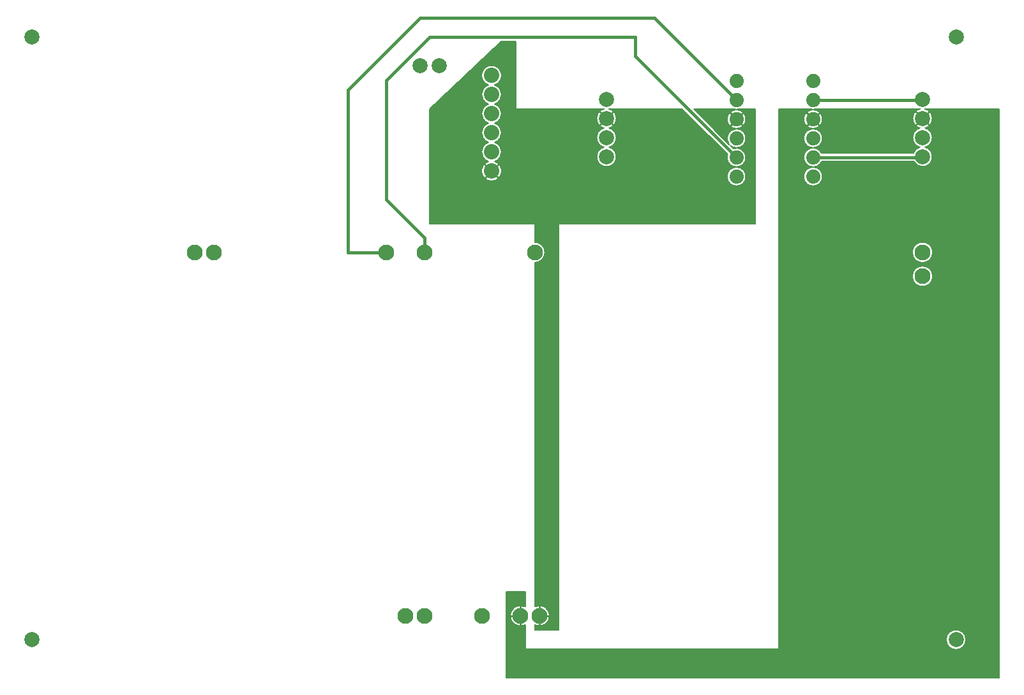
<source format=gbr>
G04 DesignSpark PCB Gerber Version 10.0 Build 5299*
G04 #@! TF.Part,Single*
G04 #@! TF.FileFunction,Copper,L2,Bot*
G04 #@! TF.FilePolarity,Positive*
%FSLAX35Y35*%
%MOIN*%
%ADD10C,0.00500*%
%ADD11C,0.01000*%
%ADD12C,0.01772*%
G04 #@! TA.AperFunction,ComponentPad*
%ADD15C,0.07400*%
G04 #@! TA.AperFunction,WasherPad*
%ADD13C,0.07874*%
G04 #@! TA.AperFunction,ComponentPad*
%ADD16C,0.08000*%
G04 #@! TA.AperFunction,WasherPad*
%ADD14C,0.08268*%
G04 #@! TD.AperFunction*
X0Y0D02*
D02*
D10*
X232750Y300250D02*
Y240250D01*
X287750D01*
Y230634D01*
G75*
G02*
X293134Y225250I0J-5384D01*
G01*
G75*
G02*
X287750Y219866I-5384J0D01*
G01*
Y40018D01*
G75*
G02*
X295634Y35250I2500J-4768D01*
G01*
G75*
G02*
X287750Y30482I-5384J0D01*
G01*
Y27750D01*
X300250D01*
Y240250D01*
X402750D01*
Y300250D01*
X394885D01*
G75*
G02*
X391363I-1761J4626D01*
G01*
X370770D01*
X389364Y281656D01*
G75*
G02*
X393124Y289826I3760J3220D01*
G01*
G75*
G02*
Y279926I0J-4950D01*
G01*
G75*
G02*
X389904Y281116I0J4950D01*
G01*
X391477Y279544D01*
G75*
G02*
X398074Y274876I1647J-4668D01*
G01*
G75*
G02*
X388174I-4950J0D01*
G01*
G75*
G02*
X388456Y276523I4950J0D01*
G01*
X364730Y300250D01*
X326630D01*
G75*
G02*
Y290250I-1380J-5000D01*
G01*
G75*
G02*
Y280250I-1380J-5000D01*
G01*
G75*
G02*
X325250Y270063I-1380J-5000D01*
G01*
G75*
G02*
X323870Y280250I0J5187D01*
G01*
G75*
G02*
Y290250I1380J5000D01*
G01*
G75*
G02*
Y300250I1380J5000D01*
G01*
X277750D01*
Y335614D01*
X270194D01*
X232750Y300250D01*
X388174Y294876D02*
G75*
G02*
X398074I4950J0D01*
G01*
G75*
G02*
X388174I-4950J0D01*
G01*
Y264876D02*
G75*
G02*
X398074I4950J0D01*
G01*
G75*
G02*
X388174I-4950J0D01*
G01*
X265250Y323000D02*
G75*
G02*
X266851Y312750I0J-5250D01*
G01*
G75*
G02*
Y302750I-1601J-5000D01*
G01*
G75*
G02*
Y292750I-1601J-5000D01*
G01*
G75*
G02*
Y282750I-1601J-5000D01*
G01*
G75*
G02*
Y272750I-1601J-5000D01*
G01*
G75*
G02*
X265250Y262500I-1601J-5000D01*
G01*
G75*
G02*
X263649Y272750I0J5250D01*
G01*
G75*
G02*
Y282750I1601J5000D01*
G01*
G75*
G02*
Y292750I1601J5000D01*
G01*
G75*
G02*
Y302750I1601J5000D01*
G01*
G75*
G02*
Y312750I1601J5000D01*
G01*
G75*
G02*
X265250Y323000I1601J5000D01*
G01*
X233000Y264876D02*
G36*
X233000Y264876D02*
Y240250D01*
X287750D01*
Y230634D01*
G75*
G02*
X293134Y225250I0J-5383D01*
G01*
Y225250D01*
Y225250D01*
G75*
G02*
X287750Y219866I-5384J0D01*
G01*
Y40018D01*
G75*
G02*
X295634Y35250I2500J-4768D01*
G01*
G75*
G02*
X287750Y30482I-5384J0D01*
G01*
Y28000D01*
X300250D01*
Y240250D01*
X402500D01*
Y264876D01*
X398074D01*
G75*
G02*
X388174I-4950J0D01*
G01*
X269643D01*
G75*
G02*
X265250Y262500I-4393J2874D01*
G01*
G75*
G02*
X260857Y264876I0J5250D01*
G01*
X233000D01*
G37*
Y294876D02*
G36*
X233000Y294876D02*
Y264876D01*
X260857D01*
G75*
G02*
X260000Y267750I4393J2874D01*
G01*
G75*
G02*
X263649Y272750I5250J0D01*
G01*
G75*
G02*
X260000Y277750I1601J5000D01*
G01*
G75*
G02*
X263649Y282750I5250J0D01*
G01*
G75*
G02*
X260000Y287750I1601J5000D01*
G01*
G75*
G02*
X263649Y292750I5250J0D01*
G01*
G75*
G02*
X260857Y294876I1601J5000D01*
G01*
X233000D01*
G37*
X269643D02*
G36*
X269643Y294876D02*
G75*
G02*
X266851Y292750I-4393J2874D01*
G01*
G75*
G02*
X270500Y287750I-1601J-5000D01*
G01*
G75*
G02*
X266851Y282750I-5250J0D01*
G01*
G75*
G02*
X270500Y277750I-1601J-5000D01*
G01*
G75*
G02*
X266851Y272750I-5250J0D01*
G01*
G75*
G02*
X270500Y267750I-1601J-5000D01*
G01*
G75*
G02*
X269643Y264876I-5250J0D01*
G01*
X388174D01*
G75*
G02*
X398074I4950J0D01*
G01*
X402500D01*
Y294876D01*
X398074D01*
G75*
G02*
X388174I-4950J0D01*
G01*
X376144D01*
X389364Y281656D01*
G75*
G02*
X388174Y284876I3760J3220D01*
G01*
G75*
G02*
X393124Y289826I4950J0D01*
G01*
G75*
G02*
X398074Y284876I0J-4950D01*
G01*
G75*
G02*
X393124Y279926I-4950J0D01*
G01*
G75*
G02*
X389904Y281116I0J4951D01*
G01*
X391477Y279544D01*
G75*
G02*
X398074Y274876I1647J-4668D01*
G01*
G75*
G02*
X388174I-4950J0D01*
G01*
G75*
G02*
X388456Y276523I4962J-2D01*
G01*
X370104Y294876D01*
X330424D01*
G75*
G02*
X326630Y290250I-5174J374D01*
G01*
G75*
G02*
X330437Y285250I-1380J-5000D01*
G01*
G75*
G02*
X326630Y280250I-5187J0D01*
G01*
G75*
G02*
X330437Y275250I-1380J-5000D01*
G01*
G75*
G02*
X325250Y270063I-5187J0D01*
G01*
G75*
G02*
X320063Y275250I0J5187D01*
G01*
G75*
G02*
X323870Y280250I5187J0D01*
G01*
G75*
G02*
X320063Y285250I1380J5000D01*
G01*
G75*
G02*
X323870Y290250I5187J0D01*
G01*
G75*
G02*
X320076Y294876I1380J5000D01*
G01*
X269643D01*
G37*
X233000Y300486D02*
G36*
X233000Y300486D02*
Y294876D01*
X260857D01*
G75*
G02*
X260000Y297750I4394J2874D01*
G01*
G75*
G02*
X263649Y302750I5250J0D01*
G01*
G75*
G02*
X260000Y307750I1601J5000D01*
G01*
G75*
G02*
X263649Y312750I5250J0D01*
G01*
G75*
G02*
X260000Y317750I1601J5000D01*
G01*
G75*
G02*
X265250Y323000I5250J0D01*
G01*
G75*
G02*
X270500Y317750I0J-5250D01*
G01*
G75*
G02*
X266851Y312750I-5250J0D01*
G01*
G75*
G02*
X270500Y307750I-1601J-5000D01*
G01*
G75*
G02*
X266851Y302750I-5250J0D01*
G01*
G75*
G02*
X270500Y297750I-1601J-5000D01*
G01*
G75*
G02*
X269643Y294876I-5250J0D01*
G01*
X320076D01*
G75*
G02*
X320063Y295250I5175J372D01*
G01*
G75*
G02*
X323870Y300250I5187J0D01*
G01*
X277750D01*
Y335364D01*
X269930D01*
X233000Y300486D01*
G37*
X330437Y295250D02*
G36*
X330437Y295250D02*
G75*
G02*
X330424Y294876I-5188J-2D01*
G01*
X370104D01*
X364730Y300250D01*
X326630D01*
G75*
G02*
X330437Y295250I-1380J-5000D01*
G01*
G37*
X370770Y300250D02*
G36*
X370770Y300250D02*
X376144Y294876D01*
X388174D01*
G75*
G02*
X398074I4950J0D01*
G01*
X402500D01*
Y300250D01*
X394885D01*
G75*
G02*
X391363I-1761J4626D01*
G01*
X370770D01*
G37*
X272750Y47750D02*
Y2750D01*
X530250D01*
Y300250D01*
X491630D01*
G75*
G02*
Y290250I-1380J-5000D01*
G01*
G75*
G02*
Y280250I-1380J-5000D01*
G01*
G75*
G02*
X490250Y270063I-1380J-5000D01*
G01*
G75*
G02*
X485711Y272740I0J5187D01*
G01*
X437589D01*
G75*
G02*
X428174Y274876I-4465J2136D01*
G01*
G75*
G02*
X437589Y277012I4950J0D01*
G01*
X485371D01*
G75*
G02*
X488870Y280250I4879J-1762D01*
G01*
G75*
G02*
Y290250I1380J5000D01*
G01*
G75*
G02*
Y300250I1380J5000D01*
G01*
X434885D01*
G75*
G02*
X431363I-1761J4626D01*
G01*
X415250D01*
Y17750D01*
X282750D01*
Y30482D01*
G75*
G02*
X274866Y35250I-2500J4768D01*
G01*
G75*
G02*
X282750Y40018I5384J0D01*
G01*
Y47750D01*
X272750D01*
X502563Y22750D02*
G75*
G02*
X512937I5187J0D01*
G01*
G75*
G02*
X502563I-5187J0D01*
G01*
X484866Y212750D02*
G75*
G02*
X495634I5384J0D01*
G01*
G75*
G02*
X484866I-5384J0D01*
G01*
Y225250D02*
G75*
G02*
X495634I5384J0D01*
G01*
G75*
G02*
X484866I-5384J0D01*
G01*
X428174Y264876D02*
G75*
G02*
X438074I4950J0D01*
G01*
G75*
G02*
X428174I-4950J0D01*
G01*
Y284876D02*
G75*
G02*
X438074I4950J0D01*
G01*
G75*
G02*
X428174I-4950J0D01*
G01*
Y294876D02*
G75*
G02*
X438074I4950J0D01*
G01*
G75*
G02*
X428174I-4950J0D01*
G01*
X273000Y22750D02*
G36*
X273000Y22750D02*
Y3000D01*
X530000D01*
Y22750D01*
X512937D01*
G75*
G02*
X502563I-5187J0D01*
G01*
X415250D01*
Y17750D01*
X282750D01*
Y22750D01*
X273000D01*
G37*
Y47750D02*
G36*
X273000Y47750D02*
Y22750D01*
X282750D01*
Y30482D01*
G75*
G02*
X274866Y35250I-2500J4768D01*
G01*
G75*
G02*
X282750Y40018I5384J0D01*
G01*
Y47750D01*
X273000D01*
G37*
X415250Y212750D02*
G36*
X415250Y212750D02*
Y22750D01*
X502563D01*
G75*
G02*
X512937I5187J0D01*
G01*
X530000D01*
Y212750D01*
X495634D01*
G75*
G02*
X484866I-5384J0D01*
G01*
X415250D01*
G37*
Y225250D02*
G36*
X415250Y225250D02*
Y212750D01*
X484866D01*
G75*
G02*
X495634I5384J0D01*
G01*
X530000D01*
Y225250D01*
X495634D01*
G75*
G02*
X484866I-5384J0D01*
G01*
X415250D01*
G37*
Y264876D02*
G36*
X415250Y264876D02*
Y225250D01*
X484866D01*
G75*
G02*
X495634I5384J0D01*
G01*
X530000D01*
Y264876D01*
X438074D01*
G75*
G02*
X428174I-4950J0D01*
G01*
X415250D01*
G37*
Y284876D02*
G36*
X415250Y284876D02*
Y264876D01*
X428174D01*
G75*
G02*
X438074I4950J0D01*
G01*
X530000D01*
Y284876D01*
X495424D01*
G75*
G02*
X491630Y280250I-5174J374D01*
G01*
G75*
G02*
X495437Y275250I-1380J-5000D01*
G01*
G75*
G02*
X490250Y270063I-5187J0D01*
G01*
G75*
G02*
X485711Y272740I0J5188D01*
G01*
X437589D01*
G75*
G02*
X428174Y274876I-4465J2136D01*
G01*
G75*
G02*
X437589Y277012I4950J0D01*
G01*
X485371D01*
G75*
G02*
X488870Y280250I4878J-1761D01*
G01*
G75*
G02*
X485076Y284876I1380J5000D01*
G01*
X438074D01*
G75*
G02*
X428174I-4950J0D01*
G01*
X415250D01*
G37*
Y294876D02*
G36*
X415250Y294876D02*
Y284876D01*
X428174D01*
G75*
G02*
X438074I4950J0D01*
G01*
X485076D01*
G75*
G02*
X485063Y285250I5175J372D01*
G01*
G75*
G02*
X488870Y290250I5187J0D01*
G01*
G75*
G02*
X485076Y294876I1380J5000D01*
G01*
X438074D01*
G75*
G02*
X428174I-4950J0D01*
G01*
X415250D01*
G37*
X495424D02*
G36*
X495424Y294876D02*
G75*
G02*
X491630Y290250I-5174J374D01*
G01*
G75*
G02*
X495437Y285250I-1380J-5000D01*
G01*
G75*
G02*
X495424Y284876I-5188J-2D01*
G01*
X530000D01*
Y294876D01*
X495424D01*
G37*
X415250Y300000D02*
G36*
X415250Y300000D02*
Y294876D01*
X428174D01*
G75*
G02*
X438074I4950J0D01*
G01*
X485076D01*
G75*
G02*
X485063Y295250I5175J372D01*
G01*
G75*
G02*
X488166Y300000I5187J0D01*
G01*
X433977D01*
G75*
G02*
X432271I-853J4876D01*
G01*
X415250D01*
G37*
X495437Y295250D02*
G36*
X495437Y295250D02*
G75*
G02*
X495424Y294876I-5188J-2D01*
G01*
X530000D01*
Y300000D01*
X492334D01*
G75*
G02*
X495437Y295250I-2084J-4750D01*
G01*
G37*
D02*
D11*
X262775Y265275D02*
X261361Y263861D01*
X262775Y270225D02*
X261361Y271639D01*
X267725Y265275D02*
X269139Y263861D01*
X267725Y270225D02*
X269139Y271639D01*
X276616Y35250D02*
X274616D01*
X280250Y31616D02*
Y29616D01*
Y38884D02*
Y40884D01*
X290250Y31616D02*
Y29616D01*
Y38884D02*
Y40884D01*
X293884Y35250D02*
X295884D01*
X322820Y292820D02*
X321406Y291406D01*
X322820Y297680D02*
X321406Y299094D01*
X327680Y292820D02*
X329094Y291406D01*
X327680Y297680D02*
X329094Y299094D01*
X390861Y292613D02*
X389447Y291199D01*
X390861Y297139D02*
X389447Y298553D01*
X395387Y292613D02*
X396801Y291199D01*
X395387Y297139D02*
X396801Y298553D01*
X430861Y292613D02*
X429447Y291199D01*
X430861Y297139D02*
X429447Y298553D01*
X435387Y292613D02*
X436801Y291199D01*
X435387Y297139D02*
X436801Y298553D01*
X487820Y292820D02*
X486406Y291406D01*
X487820Y297680D02*
X486406Y299094D01*
X492680Y292820D02*
X494094Y291406D01*
X492680Y297680D02*
X494094Y299094D01*
D02*
D12*
X210250Y225250D02*
X190250D01*
Y310250D01*
X227750Y347750D01*
X350250D01*
X393124Y304876D01*
X230250Y225250D02*
Y232750D01*
X210250Y252750D01*
Y315250D01*
X232750Y337750D01*
X340250D01*
Y327750D01*
X393124Y274876D01*
X433124D02*
X489876D01*
X490250Y275250D01*
X433124Y304876D02*
X489876D01*
X490250Y305250D01*
D02*
D13*
X25250Y22750D03*
Y337750D03*
X227750Y322750D03*
X237750D03*
X325250Y275250D03*
Y285250D03*
Y295250D03*
Y305250D03*
X490250Y275250D03*
Y285250D03*
Y295250D03*
Y305250D03*
X507750Y22750D03*
Y337750D03*
D02*
D14*
X110250Y225250D03*
X120250D03*
X210250D03*
X220250Y35250D03*
X230250D03*
Y225250D03*
X260250Y35250D03*
X280250D03*
X287750Y225250D03*
X290250Y35250D03*
X490250Y212750D03*
Y225250D03*
D02*
D15*
X393124Y264876D03*
Y274876D03*
Y284876D03*
Y294876D03*
Y304876D03*
Y314876D03*
X433124Y264876D03*
Y274876D03*
Y284876D03*
Y294876D03*
Y304876D03*
Y314876D03*
D02*
D16*
X265250Y267750D03*
Y277750D03*
Y287750D03*
Y297750D03*
Y307750D03*
Y317750D03*
X0Y0D02*
M02*

</source>
